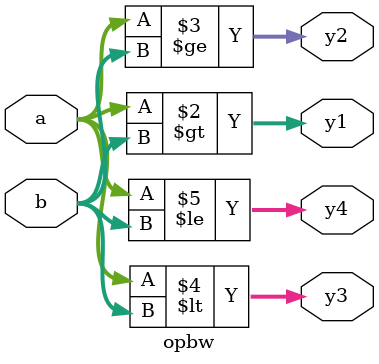
<source format=v>
module opbw(input [3:0]a,
            input [3:0]b,
            output reg [5:0]y1,
            output reg [5:0]y2,
            output reg [5:0]y3,
            output reg [5:0]y4);
  always@(*) begin
     y1=a > b;
     y2=a >= b;
     y3=a < b;
     y4=a <=b;
     
  end
endmodule

</source>
